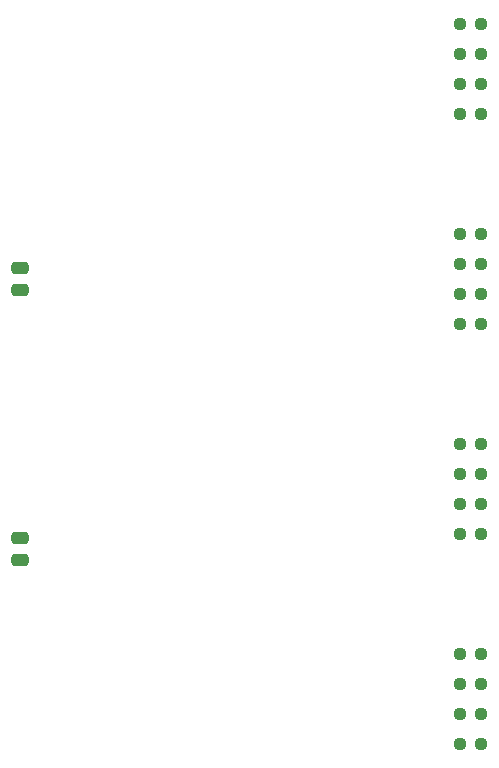
<source format=gbr>
%TF.GenerationSoftware,KiCad,Pcbnew,7.0.5*%
%TF.CreationDate,2023-12-08T14:02:35+09:00*%
%TF.ProjectId,analog_sw2,616e616c-6f67-45f7-9377-322e6b696361,rev?*%
%TF.SameCoordinates,Original*%
%TF.FileFunction,Paste,Bot*%
%TF.FilePolarity,Positive*%
%FSLAX46Y46*%
G04 Gerber Fmt 4.6, Leading zero omitted, Abs format (unit mm)*
G04 Created by KiCad (PCBNEW 7.0.5) date 2023-12-08 14:02:35*
%MOMM*%
%LPD*%
G01*
G04 APERTURE LIST*
G04 Aperture macros list*
%AMRoundRect*
0 Rectangle with rounded corners*
0 $1 Rounding radius*
0 $2 $3 $4 $5 $6 $7 $8 $9 X,Y pos of 4 corners*
0 Add a 4 corners polygon primitive as box body*
4,1,4,$2,$3,$4,$5,$6,$7,$8,$9,$2,$3,0*
0 Add four circle primitives for the rounded corners*
1,1,$1+$1,$2,$3*
1,1,$1+$1,$4,$5*
1,1,$1+$1,$6,$7*
1,1,$1+$1,$8,$9*
0 Add four rect primitives between the rounded corners*
20,1,$1+$1,$2,$3,$4,$5,0*
20,1,$1+$1,$4,$5,$6,$7,0*
20,1,$1+$1,$6,$7,$8,$9,0*
20,1,$1+$1,$8,$9,$2,$3,0*%
G04 Aperture macros list end*
%ADD10RoundRect,0.237500X-0.250000X-0.237500X0.250000X-0.237500X0.250000X0.237500X-0.250000X0.237500X0*%
%ADD11RoundRect,0.250000X-0.475000X0.250000X-0.475000X-0.250000X0.475000X-0.250000X0.475000X0.250000X0*%
G04 APERTURE END LIST*
D10*
%TO.C,R7*%
X190857500Y-85090000D03*
X192682500Y-85090000D03*
%TD*%
%TO.C,R11*%
X190857500Y-102870000D03*
X192682500Y-102870000D03*
%TD*%
%TO.C,R3*%
X190857500Y-67310000D03*
X192682500Y-67310000D03*
%TD*%
D11*
%TO.C,C2*%
X153670000Y-82875000D03*
X153670000Y-84775000D03*
%TD*%
D10*
%TO.C,R10*%
X190857500Y-100330000D03*
X192682500Y-100330000D03*
%TD*%
%TO.C,R4*%
X190857500Y-69850000D03*
X192682500Y-69850000D03*
%TD*%
%TO.C,R12*%
X190857500Y-105410000D03*
X192682500Y-105410000D03*
%TD*%
%TO.C,R9*%
X190857500Y-97790000D03*
X192682500Y-97790000D03*
%TD*%
%TO.C,R6*%
X190857500Y-82550000D03*
X192682500Y-82550000D03*
%TD*%
%TO.C,R14*%
X190857500Y-118110000D03*
X192682500Y-118110000D03*
%TD*%
%TO.C,R13*%
X190857500Y-115570000D03*
X192682500Y-115570000D03*
%TD*%
%TO.C,R8*%
X190857500Y-87630000D03*
X192682500Y-87630000D03*
%TD*%
D11*
%TO.C,C1*%
X153670000Y-105735000D03*
X153670000Y-107635000D03*
%TD*%
D10*
%TO.C,R15*%
X190857500Y-120650000D03*
X192682500Y-120650000D03*
%TD*%
%TO.C,R5*%
X190857500Y-80010000D03*
X192682500Y-80010000D03*
%TD*%
%TO.C,R1*%
X190857500Y-62230000D03*
X192682500Y-62230000D03*
%TD*%
%TO.C,R16*%
X190857500Y-123190000D03*
X192682500Y-123190000D03*
%TD*%
%TO.C,R2*%
X190857500Y-64770000D03*
X192682500Y-64770000D03*
%TD*%
M02*

</source>
